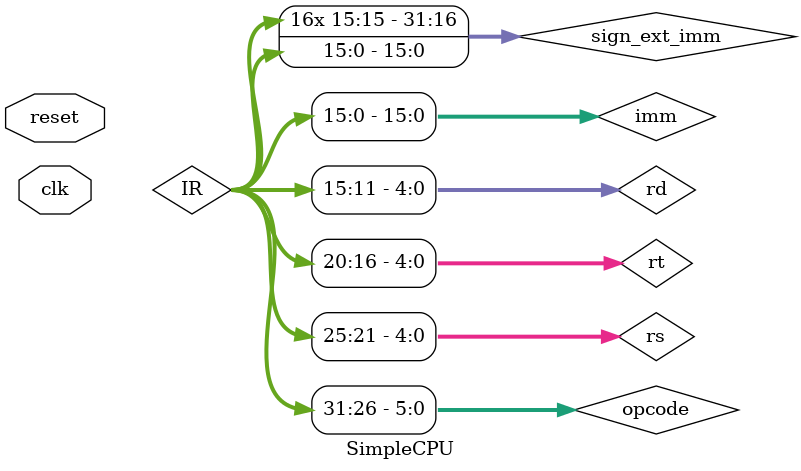
<source format=v>
`timescale 1ns / 1ps

// ÐÐÎª¼¶ÃèÊö£¬Ö»¿¼ÂÇ½á¹û£¬²»¿¼ÂÇÈçºÎÊµÏÖ
module SimpleCPU(
    input clk,
    input reset
);

    // Ö¸Áî×Ö¶Î½âÎö
    reg [31:0] PC, IR;
    reg [31:0] REG [0:31]; // 32¸öÍ¨ÓÃ¼Ä´æÆ÷
    reg [31:0] MEM [0:255]; // ¼òµ¥ÄÚ´æ
    reg [31:0] A, B, ALUOut, MDR;
    reg [5:0] state;

    // ×´Ì¬¶¨Òå
    parameter FETCH=0, DECODE=1, EXEC=2, MEM_ACCESS=3, WRITEBACK=4;

    wire [5:0] opcode = IR[31:26];
    wire [4:0] rs = IR[25:21];
    wire [4:0] rt = IR[20:16];
    wire [4:0] rd = IR[15:11];
    wire [15:0] imm = IR[15:0];
    wire [31:0] sign_ext_imm = {{16{imm[15]}}, imm}; // ·ûºÅÀ©Õ¹

    always @(posedge clk or posedge reset) begin
        if (reset) begin
            PC <= 0;
            state <= FETCH; //»Øµ½È¡Ö¸Áî
        end else begin
            case (state)
                FETCH: begin
                    IR <= MEM[PC >> 2]; //×óÒÆÁ½Î»
                    PC <= PC + 4;
                    state <= DECODE;
                end
                DECODE: begin
                    A <= REG[rs]; //ÔÝ´æ²Ù×÷Êý
                    B <= REG[rt];
                    state <= EXEC;
                end
                EXEC: begin
                    case (opcode)
                        6'b000000: begin // RÐÍ ADD
                            ALUOut <= A + B;
                            state <= WRITEBACK;
                        end
                        6'b100011: begin // LW
                            ALUOut <= A + sign_ext_imm;
                            state <= MEM_ACCESS;
                        end
                        6'b101011: begin // SW
                            ALUOut <= A + sign_ext_imm;
                            state <= MEM_ACCESS;
                        end
                        6'b000100: begin // BEQ
                            if (A == B) PC <= PC + (sign_ext_imm << 2);
                            state <= FETCH;
                        end
                        default: state <= FETCH;
                    endcase
                end
                MEM_ACCESS: begin
                    if (opcode == 6'b100011) begin // LW
                        MDR <= MEM[ALUOut >> 2]; //´ÓÄÚ´æ¼ÓÔØÊý¾Ýµ½MDR
                        state <= WRITEBACK;
                    end else if (opcode == 6'b101011) begin // SW
                        MEM[ALUOut >> 2] <= B; //Ð´»ØÄÚ´æÊý¾Ý
                        state <= FETCH;
                    end
                end
                WRITEBACK: begin
                    if (opcode == 6'b000000) REG[rd] <= ALUOut;      // ADD
                    else if (opcode == 6'b100011) REG[rt] <= MDR;    // LW
                    state <= FETCH;
                end
            endcase
        end
    end

endmodule


</source>
